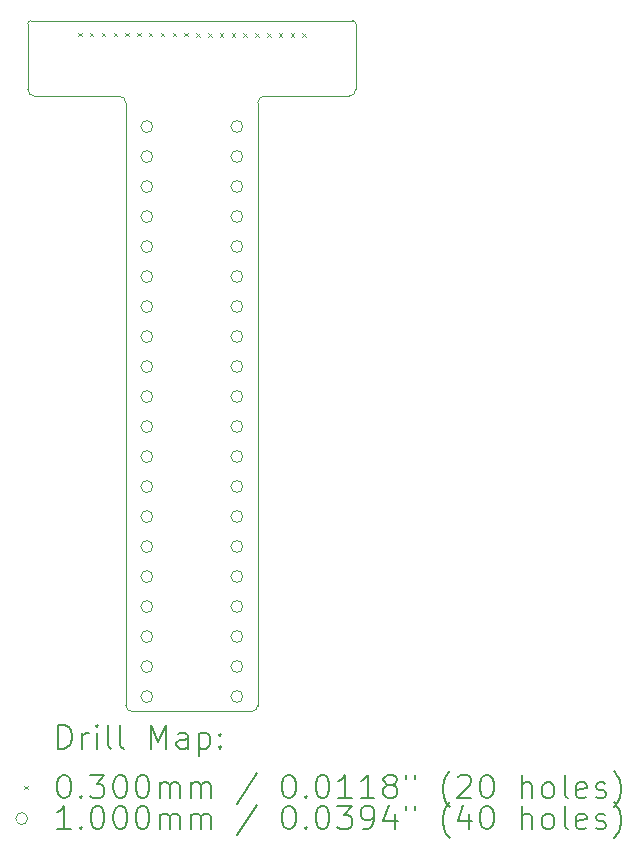
<source format=gbr>
%TF.GenerationSoftware,KiCad,Pcbnew,9.0.6*%
%TF.CreationDate,2026-01-01T12:21:58-06:00*%
%TF.ProjectId,FFC-40,4646432d-3430-42e6-9b69-6361645f7063,rev?*%
%TF.SameCoordinates,Original*%
%TF.FileFunction,Drillmap*%
%TF.FilePolarity,Positive*%
%FSLAX45Y45*%
G04 Gerber Fmt 4.5, Leading zero omitted, Abs format (unit mm)*
G04 Created by KiCad (PCBNEW 9.0.6) date 2026-01-01 12:21:58*
%MOMM*%
%LPD*%
G01*
G04 APERTURE LIST*
%ADD10C,0.050000*%
%ADD11C,0.200000*%
%ADD12C,0.100000*%
G04 APERTURE END LIST*
D10*
X11760000Y-14680000D02*
G75*
G02*
X11710000Y-14630000I0J50000D01*
G01*
X12826422Y-14630000D02*
G75*
G02*
X12776422Y-14680002I-50002J0D01*
G01*
X12826422Y-14630000D02*
X12826422Y-9526160D01*
X11760000Y-14680000D02*
X12776422Y-14680000D01*
X12826422Y-9526160D02*
G75*
G02*
X12882582Y-9470000I56160J0D01*
G01*
X11653840Y-9470000D02*
G75*
G02*
X11710000Y-9526160I0J-56160D01*
G01*
X10936160Y-9470000D02*
G75*
G02*
X10880000Y-9413840I0J56160D01*
G01*
X10906160Y-8830000D02*
X13630000Y-8830000D01*
X10880000Y-8856160D02*
X10880000Y-9413840D01*
X13630000Y-8830000D02*
G75*
G02*
X13656160Y-8856160I0J-26160D01*
G01*
X13656160Y-9413840D02*
X13656160Y-8856160D01*
X13656160Y-9413840D02*
G75*
G02*
X13600000Y-9470000I-56160J0D01*
G01*
X12882582Y-9470000D02*
X13600000Y-9470000D01*
X11710000Y-9526160D02*
X11710000Y-14630000D01*
X10936160Y-9470000D02*
X11653840Y-9470000D01*
X10880000Y-8856160D02*
G75*
G02*
X10906160Y-8830000I26160J0D01*
G01*
D11*
D12*
X11305000Y-8935000D02*
X11335000Y-8965000D01*
X11335000Y-8935000D02*
X11305000Y-8965000D01*
X11405000Y-8935000D02*
X11435000Y-8965000D01*
X11435000Y-8935000D02*
X11405000Y-8965000D01*
X11505000Y-8935000D02*
X11535000Y-8965000D01*
X11535000Y-8935000D02*
X11505000Y-8965000D01*
X11605000Y-8935000D02*
X11635000Y-8965000D01*
X11635000Y-8935000D02*
X11605000Y-8965000D01*
X11705000Y-8935000D02*
X11735000Y-8965000D01*
X11735000Y-8935000D02*
X11705000Y-8965000D01*
X11805000Y-8935000D02*
X11835000Y-8965000D01*
X11835000Y-8935000D02*
X11805000Y-8965000D01*
X11905000Y-8935000D02*
X11935000Y-8965000D01*
X11935000Y-8935000D02*
X11905000Y-8965000D01*
X12005000Y-8935000D02*
X12035000Y-8965000D01*
X12035000Y-8935000D02*
X12005000Y-8965000D01*
X12105000Y-8935000D02*
X12135000Y-8965000D01*
X12135000Y-8935000D02*
X12105000Y-8965000D01*
X12205000Y-8935000D02*
X12235000Y-8965000D01*
X12235000Y-8935000D02*
X12205000Y-8965000D01*
X12305000Y-8935800D02*
X12335000Y-8965800D01*
X12335000Y-8935800D02*
X12305000Y-8965800D01*
X12405000Y-8935800D02*
X12435000Y-8965800D01*
X12435000Y-8935800D02*
X12405000Y-8965800D01*
X12505000Y-8935800D02*
X12535000Y-8965800D01*
X12535000Y-8935800D02*
X12505000Y-8965800D01*
X12605000Y-8935800D02*
X12635000Y-8965800D01*
X12635000Y-8935800D02*
X12605000Y-8965800D01*
X12705000Y-8935800D02*
X12735000Y-8965800D01*
X12735000Y-8935800D02*
X12705000Y-8965800D01*
X12805000Y-8935800D02*
X12835000Y-8965800D01*
X12835000Y-8935800D02*
X12805000Y-8965800D01*
X12905000Y-8935800D02*
X12935000Y-8965800D01*
X12935000Y-8935800D02*
X12905000Y-8965800D01*
X13005000Y-8935800D02*
X13035000Y-8965800D01*
X13035000Y-8935800D02*
X13005000Y-8965800D01*
X13105000Y-8935800D02*
X13135000Y-8965800D01*
X13135000Y-8935800D02*
X13105000Y-8965800D01*
X13205000Y-8935800D02*
X13235000Y-8965800D01*
X13235000Y-8935800D02*
X13205000Y-8965800D01*
X11937200Y-9728200D02*
G75*
G02*
X11837200Y-9728200I-50000J0D01*
G01*
X11837200Y-9728200D02*
G75*
G02*
X11937200Y-9728200I50000J0D01*
G01*
X11937200Y-9982200D02*
G75*
G02*
X11837200Y-9982200I-50000J0D01*
G01*
X11837200Y-9982200D02*
G75*
G02*
X11937200Y-9982200I50000J0D01*
G01*
X11937200Y-10236200D02*
G75*
G02*
X11837200Y-10236200I-50000J0D01*
G01*
X11837200Y-10236200D02*
G75*
G02*
X11937200Y-10236200I50000J0D01*
G01*
X11937200Y-10490200D02*
G75*
G02*
X11837200Y-10490200I-50000J0D01*
G01*
X11837200Y-10490200D02*
G75*
G02*
X11937200Y-10490200I50000J0D01*
G01*
X11937200Y-10744200D02*
G75*
G02*
X11837200Y-10744200I-50000J0D01*
G01*
X11837200Y-10744200D02*
G75*
G02*
X11937200Y-10744200I50000J0D01*
G01*
X11937200Y-10998200D02*
G75*
G02*
X11837200Y-10998200I-50000J0D01*
G01*
X11837200Y-10998200D02*
G75*
G02*
X11937200Y-10998200I50000J0D01*
G01*
X11937200Y-11252200D02*
G75*
G02*
X11837200Y-11252200I-50000J0D01*
G01*
X11837200Y-11252200D02*
G75*
G02*
X11937200Y-11252200I50000J0D01*
G01*
X11937200Y-11506200D02*
G75*
G02*
X11837200Y-11506200I-50000J0D01*
G01*
X11837200Y-11506200D02*
G75*
G02*
X11937200Y-11506200I50000J0D01*
G01*
X11937200Y-11760200D02*
G75*
G02*
X11837200Y-11760200I-50000J0D01*
G01*
X11837200Y-11760200D02*
G75*
G02*
X11937200Y-11760200I50000J0D01*
G01*
X11937200Y-12014200D02*
G75*
G02*
X11837200Y-12014200I-50000J0D01*
G01*
X11837200Y-12014200D02*
G75*
G02*
X11937200Y-12014200I50000J0D01*
G01*
X11937200Y-12268200D02*
G75*
G02*
X11837200Y-12268200I-50000J0D01*
G01*
X11837200Y-12268200D02*
G75*
G02*
X11937200Y-12268200I50000J0D01*
G01*
X11937200Y-12522200D02*
G75*
G02*
X11837200Y-12522200I-50000J0D01*
G01*
X11837200Y-12522200D02*
G75*
G02*
X11937200Y-12522200I50000J0D01*
G01*
X11937200Y-12776200D02*
G75*
G02*
X11837200Y-12776200I-50000J0D01*
G01*
X11837200Y-12776200D02*
G75*
G02*
X11937200Y-12776200I50000J0D01*
G01*
X11937200Y-13030200D02*
G75*
G02*
X11837200Y-13030200I-50000J0D01*
G01*
X11837200Y-13030200D02*
G75*
G02*
X11937200Y-13030200I50000J0D01*
G01*
X11937200Y-13284200D02*
G75*
G02*
X11837200Y-13284200I-50000J0D01*
G01*
X11837200Y-13284200D02*
G75*
G02*
X11937200Y-13284200I50000J0D01*
G01*
X11937200Y-13538200D02*
G75*
G02*
X11837200Y-13538200I-50000J0D01*
G01*
X11837200Y-13538200D02*
G75*
G02*
X11937200Y-13538200I50000J0D01*
G01*
X11937200Y-13792200D02*
G75*
G02*
X11837200Y-13792200I-50000J0D01*
G01*
X11837200Y-13792200D02*
G75*
G02*
X11937200Y-13792200I50000J0D01*
G01*
X11937200Y-14046200D02*
G75*
G02*
X11837200Y-14046200I-50000J0D01*
G01*
X11837200Y-14046200D02*
G75*
G02*
X11937200Y-14046200I50000J0D01*
G01*
X11937200Y-14300200D02*
G75*
G02*
X11837200Y-14300200I-50000J0D01*
G01*
X11837200Y-14300200D02*
G75*
G02*
X11937200Y-14300200I50000J0D01*
G01*
X11937200Y-14554200D02*
G75*
G02*
X11837200Y-14554200I-50000J0D01*
G01*
X11837200Y-14554200D02*
G75*
G02*
X11937200Y-14554200I50000J0D01*
G01*
X12699234Y-9727284D02*
G75*
G02*
X12599234Y-9727284I-50000J0D01*
G01*
X12599234Y-9727284D02*
G75*
G02*
X12699234Y-9727284I50000J0D01*
G01*
X12699234Y-9981284D02*
G75*
G02*
X12599234Y-9981284I-50000J0D01*
G01*
X12599234Y-9981284D02*
G75*
G02*
X12699234Y-9981284I50000J0D01*
G01*
X12699234Y-10235284D02*
G75*
G02*
X12599234Y-10235284I-50000J0D01*
G01*
X12599234Y-10235284D02*
G75*
G02*
X12699234Y-10235284I50000J0D01*
G01*
X12699234Y-10489284D02*
G75*
G02*
X12599234Y-10489284I-50000J0D01*
G01*
X12599234Y-10489284D02*
G75*
G02*
X12699234Y-10489284I50000J0D01*
G01*
X12699234Y-10743284D02*
G75*
G02*
X12599234Y-10743284I-50000J0D01*
G01*
X12599234Y-10743284D02*
G75*
G02*
X12699234Y-10743284I50000J0D01*
G01*
X12699234Y-10997284D02*
G75*
G02*
X12599234Y-10997284I-50000J0D01*
G01*
X12599234Y-10997284D02*
G75*
G02*
X12699234Y-10997284I50000J0D01*
G01*
X12699234Y-11251284D02*
G75*
G02*
X12599234Y-11251284I-50000J0D01*
G01*
X12599234Y-11251284D02*
G75*
G02*
X12699234Y-11251284I50000J0D01*
G01*
X12699234Y-11505284D02*
G75*
G02*
X12599234Y-11505284I-50000J0D01*
G01*
X12599234Y-11505284D02*
G75*
G02*
X12699234Y-11505284I50000J0D01*
G01*
X12699234Y-11759284D02*
G75*
G02*
X12599234Y-11759284I-50000J0D01*
G01*
X12599234Y-11759284D02*
G75*
G02*
X12699234Y-11759284I50000J0D01*
G01*
X12699234Y-12013284D02*
G75*
G02*
X12599234Y-12013284I-50000J0D01*
G01*
X12599234Y-12013284D02*
G75*
G02*
X12699234Y-12013284I50000J0D01*
G01*
X12699234Y-12267284D02*
G75*
G02*
X12599234Y-12267284I-50000J0D01*
G01*
X12599234Y-12267284D02*
G75*
G02*
X12699234Y-12267284I50000J0D01*
G01*
X12699234Y-12521284D02*
G75*
G02*
X12599234Y-12521284I-50000J0D01*
G01*
X12599234Y-12521284D02*
G75*
G02*
X12699234Y-12521284I50000J0D01*
G01*
X12699234Y-12775284D02*
G75*
G02*
X12599234Y-12775284I-50000J0D01*
G01*
X12599234Y-12775284D02*
G75*
G02*
X12699234Y-12775284I50000J0D01*
G01*
X12699234Y-13029284D02*
G75*
G02*
X12599234Y-13029284I-50000J0D01*
G01*
X12599234Y-13029284D02*
G75*
G02*
X12699234Y-13029284I50000J0D01*
G01*
X12699234Y-13283284D02*
G75*
G02*
X12599234Y-13283284I-50000J0D01*
G01*
X12599234Y-13283284D02*
G75*
G02*
X12699234Y-13283284I50000J0D01*
G01*
X12699234Y-13537284D02*
G75*
G02*
X12599234Y-13537284I-50000J0D01*
G01*
X12599234Y-13537284D02*
G75*
G02*
X12699234Y-13537284I50000J0D01*
G01*
X12699234Y-13791284D02*
G75*
G02*
X12599234Y-13791284I-50000J0D01*
G01*
X12599234Y-13791284D02*
G75*
G02*
X12699234Y-13791284I50000J0D01*
G01*
X12699234Y-14045284D02*
G75*
G02*
X12599234Y-14045284I-50000J0D01*
G01*
X12599234Y-14045284D02*
G75*
G02*
X12699234Y-14045284I50000J0D01*
G01*
X12699234Y-14299284D02*
G75*
G02*
X12599234Y-14299284I-50000J0D01*
G01*
X12599234Y-14299284D02*
G75*
G02*
X12699234Y-14299284I50000J0D01*
G01*
X12699234Y-14553284D02*
G75*
G02*
X12599234Y-14553284I-50000J0D01*
G01*
X12599234Y-14553284D02*
G75*
G02*
X12699234Y-14553284I50000J0D01*
G01*
D11*
X11138277Y-14993984D02*
X11138277Y-14793984D01*
X11138277Y-14793984D02*
X11185896Y-14793984D01*
X11185896Y-14793984D02*
X11214467Y-14803508D01*
X11214467Y-14803508D02*
X11233515Y-14822555D01*
X11233515Y-14822555D02*
X11243039Y-14841603D01*
X11243039Y-14841603D02*
X11252562Y-14879698D01*
X11252562Y-14879698D02*
X11252562Y-14908269D01*
X11252562Y-14908269D02*
X11243039Y-14946365D01*
X11243039Y-14946365D02*
X11233515Y-14965412D01*
X11233515Y-14965412D02*
X11214467Y-14984460D01*
X11214467Y-14984460D02*
X11185896Y-14993984D01*
X11185896Y-14993984D02*
X11138277Y-14993984D01*
X11338277Y-14993984D02*
X11338277Y-14860650D01*
X11338277Y-14898746D02*
X11347801Y-14879698D01*
X11347801Y-14879698D02*
X11357324Y-14870174D01*
X11357324Y-14870174D02*
X11376372Y-14860650D01*
X11376372Y-14860650D02*
X11395420Y-14860650D01*
X11462086Y-14993984D02*
X11462086Y-14860650D01*
X11462086Y-14793984D02*
X11452562Y-14803508D01*
X11452562Y-14803508D02*
X11462086Y-14813031D01*
X11462086Y-14813031D02*
X11471610Y-14803508D01*
X11471610Y-14803508D02*
X11462086Y-14793984D01*
X11462086Y-14793984D02*
X11462086Y-14813031D01*
X11585896Y-14993984D02*
X11566848Y-14984460D01*
X11566848Y-14984460D02*
X11557324Y-14965412D01*
X11557324Y-14965412D02*
X11557324Y-14793984D01*
X11690658Y-14993984D02*
X11671610Y-14984460D01*
X11671610Y-14984460D02*
X11662086Y-14965412D01*
X11662086Y-14965412D02*
X11662086Y-14793984D01*
X11919229Y-14993984D02*
X11919229Y-14793984D01*
X11919229Y-14793984D02*
X11985896Y-14936841D01*
X11985896Y-14936841D02*
X12052562Y-14793984D01*
X12052562Y-14793984D02*
X12052562Y-14993984D01*
X12233515Y-14993984D02*
X12233515Y-14889222D01*
X12233515Y-14889222D02*
X12223991Y-14870174D01*
X12223991Y-14870174D02*
X12204943Y-14860650D01*
X12204943Y-14860650D02*
X12166848Y-14860650D01*
X12166848Y-14860650D02*
X12147801Y-14870174D01*
X12233515Y-14984460D02*
X12214467Y-14993984D01*
X12214467Y-14993984D02*
X12166848Y-14993984D01*
X12166848Y-14993984D02*
X12147801Y-14984460D01*
X12147801Y-14984460D02*
X12138277Y-14965412D01*
X12138277Y-14965412D02*
X12138277Y-14946365D01*
X12138277Y-14946365D02*
X12147801Y-14927317D01*
X12147801Y-14927317D02*
X12166848Y-14917793D01*
X12166848Y-14917793D02*
X12214467Y-14917793D01*
X12214467Y-14917793D02*
X12233515Y-14908269D01*
X12328753Y-14860650D02*
X12328753Y-15060650D01*
X12328753Y-14870174D02*
X12347801Y-14860650D01*
X12347801Y-14860650D02*
X12385896Y-14860650D01*
X12385896Y-14860650D02*
X12404943Y-14870174D01*
X12404943Y-14870174D02*
X12414467Y-14879698D01*
X12414467Y-14879698D02*
X12423991Y-14898746D01*
X12423991Y-14898746D02*
X12423991Y-14955888D01*
X12423991Y-14955888D02*
X12414467Y-14974936D01*
X12414467Y-14974936D02*
X12404943Y-14984460D01*
X12404943Y-14984460D02*
X12385896Y-14993984D01*
X12385896Y-14993984D02*
X12347801Y-14993984D01*
X12347801Y-14993984D02*
X12328753Y-14984460D01*
X12509705Y-14974936D02*
X12519229Y-14984460D01*
X12519229Y-14984460D02*
X12509705Y-14993984D01*
X12509705Y-14993984D02*
X12500182Y-14984460D01*
X12500182Y-14984460D02*
X12509705Y-14974936D01*
X12509705Y-14974936D02*
X12509705Y-14993984D01*
X12509705Y-14870174D02*
X12519229Y-14879698D01*
X12519229Y-14879698D02*
X12509705Y-14889222D01*
X12509705Y-14889222D02*
X12500182Y-14879698D01*
X12500182Y-14879698D02*
X12509705Y-14870174D01*
X12509705Y-14870174D02*
X12509705Y-14889222D01*
D12*
X10847500Y-15307500D02*
X10877500Y-15337500D01*
X10877500Y-15307500D02*
X10847500Y-15337500D01*
D11*
X11176372Y-15213984D02*
X11195420Y-15213984D01*
X11195420Y-15213984D02*
X11214467Y-15223508D01*
X11214467Y-15223508D02*
X11223991Y-15233031D01*
X11223991Y-15233031D02*
X11233515Y-15252079D01*
X11233515Y-15252079D02*
X11243039Y-15290174D01*
X11243039Y-15290174D02*
X11243039Y-15337793D01*
X11243039Y-15337793D02*
X11233515Y-15375888D01*
X11233515Y-15375888D02*
X11223991Y-15394936D01*
X11223991Y-15394936D02*
X11214467Y-15404460D01*
X11214467Y-15404460D02*
X11195420Y-15413984D01*
X11195420Y-15413984D02*
X11176372Y-15413984D01*
X11176372Y-15413984D02*
X11157324Y-15404460D01*
X11157324Y-15404460D02*
X11147801Y-15394936D01*
X11147801Y-15394936D02*
X11138277Y-15375888D01*
X11138277Y-15375888D02*
X11128753Y-15337793D01*
X11128753Y-15337793D02*
X11128753Y-15290174D01*
X11128753Y-15290174D02*
X11138277Y-15252079D01*
X11138277Y-15252079D02*
X11147801Y-15233031D01*
X11147801Y-15233031D02*
X11157324Y-15223508D01*
X11157324Y-15223508D02*
X11176372Y-15213984D01*
X11328753Y-15394936D02*
X11338277Y-15404460D01*
X11338277Y-15404460D02*
X11328753Y-15413984D01*
X11328753Y-15413984D02*
X11319229Y-15404460D01*
X11319229Y-15404460D02*
X11328753Y-15394936D01*
X11328753Y-15394936D02*
X11328753Y-15413984D01*
X11404943Y-15213984D02*
X11528753Y-15213984D01*
X11528753Y-15213984D02*
X11462086Y-15290174D01*
X11462086Y-15290174D02*
X11490658Y-15290174D01*
X11490658Y-15290174D02*
X11509705Y-15299698D01*
X11509705Y-15299698D02*
X11519229Y-15309222D01*
X11519229Y-15309222D02*
X11528753Y-15328269D01*
X11528753Y-15328269D02*
X11528753Y-15375888D01*
X11528753Y-15375888D02*
X11519229Y-15394936D01*
X11519229Y-15394936D02*
X11509705Y-15404460D01*
X11509705Y-15404460D02*
X11490658Y-15413984D01*
X11490658Y-15413984D02*
X11433515Y-15413984D01*
X11433515Y-15413984D02*
X11414467Y-15404460D01*
X11414467Y-15404460D02*
X11404943Y-15394936D01*
X11652562Y-15213984D02*
X11671610Y-15213984D01*
X11671610Y-15213984D02*
X11690658Y-15223508D01*
X11690658Y-15223508D02*
X11700182Y-15233031D01*
X11700182Y-15233031D02*
X11709705Y-15252079D01*
X11709705Y-15252079D02*
X11719229Y-15290174D01*
X11719229Y-15290174D02*
X11719229Y-15337793D01*
X11719229Y-15337793D02*
X11709705Y-15375888D01*
X11709705Y-15375888D02*
X11700182Y-15394936D01*
X11700182Y-15394936D02*
X11690658Y-15404460D01*
X11690658Y-15404460D02*
X11671610Y-15413984D01*
X11671610Y-15413984D02*
X11652562Y-15413984D01*
X11652562Y-15413984D02*
X11633515Y-15404460D01*
X11633515Y-15404460D02*
X11623991Y-15394936D01*
X11623991Y-15394936D02*
X11614467Y-15375888D01*
X11614467Y-15375888D02*
X11604943Y-15337793D01*
X11604943Y-15337793D02*
X11604943Y-15290174D01*
X11604943Y-15290174D02*
X11614467Y-15252079D01*
X11614467Y-15252079D02*
X11623991Y-15233031D01*
X11623991Y-15233031D02*
X11633515Y-15223508D01*
X11633515Y-15223508D02*
X11652562Y-15213984D01*
X11843039Y-15213984D02*
X11862086Y-15213984D01*
X11862086Y-15213984D02*
X11881134Y-15223508D01*
X11881134Y-15223508D02*
X11890658Y-15233031D01*
X11890658Y-15233031D02*
X11900182Y-15252079D01*
X11900182Y-15252079D02*
X11909705Y-15290174D01*
X11909705Y-15290174D02*
X11909705Y-15337793D01*
X11909705Y-15337793D02*
X11900182Y-15375888D01*
X11900182Y-15375888D02*
X11890658Y-15394936D01*
X11890658Y-15394936D02*
X11881134Y-15404460D01*
X11881134Y-15404460D02*
X11862086Y-15413984D01*
X11862086Y-15413984D02*
X11843039Y-15413984D01*
X11843039Y-15413984D02*
X11823991Y-15404460D01*
X11823991Y-15404460D02*
X11814467Y-15394936D01*
X11814467Y-15394936D02*
X11804943Y-15375888D01*
X11804943Y-15375888D02*
X11795420Y-15337793D01*
X11795420Y-15337793D02*
X11795420Y-15290174D01*
X11795420Y-15290174D02*
X11804943Y-15252079D01*
X11804943Y-15252079D02*
X11814467Y-15233031D01*
X11814467Y-15233031D02*
X11823991Y-15223508D01*
X11823991Y-15223508D02*
X11843039Y-15213984D01*
X11995420Y-15413984D02*
X11995420Y-15280650D01*
X11995420Y-15299698D02*
X12004943Y-15290174D01*
X12004943Y-15290174D02*
X12023991Y-15280650D01*
X12023991Y-15280650D02*
X12052563Y-15280650D01*
X12052563Y-15280650D02*
X12071610Y-15290174D01*
X12071610Y-15290174D02*
X12081134Y-15309222D01*
X12081134Y-15309222D02*
X12081134Y-15413984D01*
X12081134Y-15309222D02*
X12090658Y-15290174D01*
X12090658Y-15290174D02*
X12109705Y-15280650D01*
X12109705Y-15280650D02*
X12138277Y-15280650D01*
X12138277Y-15280650D02*
X12157324Y-15290174D01*
X12157324Y-15290174D02*
X12166848Y-15309222D01*
X12166848Y-15309222D02*
X12166848Y-15413984D01*
X12262086Y-15413984D02*
X12262086Y-15280650D01*
X12262086Y-15299698D02*
X12271610Y-15290174D01*
X12271610Y-15290174D02*
X12290658Y-15280650D01*
X12290658Y-15280650D02*
X12319229Y-15280650D01*
X12319229Y-15280650D02*
X12338277Y-15290174D01*
X12338277Y-15290174D02*
X12347801Y-15309222D01*
X12347801Y-15309222D02*
X12347801Y-15413984D01*
X12347801Y-15309222D02*
X12357324Y-15290174D01*
X12357324Y-15290174D02*
X12376372Y-15280650D01*
X12376372Y-15280650D02*
X12404943Y-15280650D01*
X12404943Y-15280650D02*
X12423991Y-15290174D01*
X12423991Y-15290174D02*
X12433515Y-15309222D01*
X12433515Y-15309222D02*
X12433515Y-15413984D01*
X12823991Y-15204460D02*
X12652563Y-15461603D01*
X13081134Y-15213984D02*
X13100182Y-15213984D01*
X13100182Y-15213984D02*
X13119229Y-15223508D01*
X13119229Y-15223508D02*
X13128753Y-15233031D01*
X13128753Y-15233031D02*
X13138277Y-15252079D01*
X13138277Y-15252079D02*
X13147801Y-15290174D01*
X13147801Y-15290174D02*
X13147801Y-15337793D01*
X13147801Y-15337793D02*
X13138277Y-15375888D01*
X13138277Y-15375888D02*
X13128753Y-15394936D01*
X13128753Y-15394936D02*
X13119229Y-15404460D01*
X13119229Y-15404460D02*
X13100182Y-15413984D01*
X13100182Y-15413984D02*
X13081134Y-15413984D01*
X13081134Y-15413984D02*
X13062086Y-15404460D01*
X13062086Y-15404460D02*
X13052563Y-15394936D01*
X13052563Y-15394936D02*
X13043039Y-15375888D01*
X13043039Y-15375888D02*
X13033515Y-15337793D01*
X13033515Y-15337793D02*
X13033515Y-15290174D01*
X13033515Y-15290174D02*
X13043039Y-15252079D01*
X13043039Y-15252079D02*
X13052563Y-15233031D01*
X13052563Y-15233031D02*
X13062086Y-15223508D01*
X13062086Y-15223508D02*
X13081134Y-15213984D01*
X13233515Y-15394936D02*
X13243039Y-15404460D01*
X13243039Y-15404460D02*
X13233515Y-15413984D01*
X13233515Y-15413984D02*
X13223991Y-15404460D01*
X13223991Y-15404460D02*
X13233515Y-15394936D01*
X13233515Y-15394936D02*
X13233515Y-15413984D01*
X13366848Y-15213984D02*
X13385896Y-15213984D01*
X13385896Y-15213984D02*
X13404944Y-15223508D01*
X13404944Y-15223508D02*
X13414467Y-15233031D01*
X13414467Y-15233031D02*
X13423991Y-15252079D01*
X13423991Y-15252079D02*
X13433515Y-15290174D01*
X13433515Y-15290174D02*
X13433515Y-15337793D01*
X13433515Y-15337793D02*
X13423991Y-15375888D01*
X13423991Y-15375888D02*
X13414467Y-15394936D01*
X13414467Y-15394936D02*
X13404944Y-15404460D01*
X13404944Y-15404460D02*
X13385896Y-15413984D01*
X13385896Y-15413984D02*
X13366848Y-15413984D01*
X13366848Y-15413984D02*
X13347801Y-15404460D01*
X13347801Y-15404460D02*
X13338277Y-15394936D01*
X13338277Y-15394936D02*
X13328753Y-15375888D01*
X13328753Y-15375888D02*
X13319229Y-15337793D01*
X13319229Y-15337793D02*
X13319229Y-15290174D01*
X13319229Y-15290174D02*
X13328753Y-15252079D01*
X13328753Y-15252079D02*
X13338277Y-15233031D01*
X13338277Y-15233031D02*
X13347801Y-15223508D01*
X13347801Y-15223508D02*
X13366848Y-15213984D01*
X13623991Y-15413984D02*
X13509706Y-15413984D01*
X13566848Y-15413984D02*
X13566848Y-15213984D01*
X13566848Y-15213984D02*
X13547801Y-15242555D01*
X13547801Y-15242555D02*
X13528753Y-15261603D01*
X13528753Y-15261603D02*
X13509706Y-15271127D01*
X13814467Y-15413984D02*
X13700182Y-15413984D01*
X13757325Y-15413984D02*
X13757325Y-15213984D01*
X13757325Y-15213984D02*
X13738277Y-15242555D01*
X13738277Y-15242555D02*
X13719229Y-15261603D01*
X13719229Y-15261603D02*
X13700182Y-15271127D01*
X13928753Y-15299698D02*
X13909706Y-15290174D01*
X13909706Y-15290174D02*
X13900182Y-15280650D01*
X13900182Y-15280650D02*
X13890658Y-15261603D01*
X13890658Y-15261603D02*
X13890658Y-15252079D01*
X13890658Y-15252079D02*
X13900182Y-15233031D01*
X13900182Y-15233031D02*
X13909706Y-15223508D01*
X13909706Y-15223508D02*
X13928753Y-15213984D01*
X13928753Y-15213984D02*
X13966848Y-15213984D01*
X13966848Y-15213984D02*
X13985896Y-15223508D01*
X13985896Y-15223508D02*
X13995420Y-15233031D01*
X13995420Y-15233031D02*
X14004944Y-15252079D01*
X14004944Y-15252079D02*
X14004944Y-15261603D01*
X14004944Y-15261603D02*
X13995420Y-15280650D01*
X13995420Y-15280650D02*
X13985896Y-15290174D01*
X13985896Y-15290174D02*
X13966848Y-15299698D01*
X13966848Y-15299698D02*
X13928753Y-15299698D01*
X13928753Y-15299698D02*
X13909706Y-15309222D01*
X13909706Y-15309222D02*
X13900182Y-15318746D01*
X13900182Y-15318746D02*
X13890658Y-15337793D01*
X13890658Y-15337793D02*
X13890658Y-15375888D01*
X13890658Y-15375888D02*
X13900182Y-15394936D01*
X13900182Y-15394936D02*
X13909706Y-15404460D01*
X13909706Y-15404460D02*
X13928753Y-15413984D01*
X13928753Y-15413984D02*
X13966848Y-15413984D01*
X13966848Y-15413984D02*
X13985896Y-15404460D01*
X13985896Y-15404460D02*
X13995420Y-15394936D01*
X13995420Y-15394936D02*
X14004944Y-15375888D01*
X14004944Y-15375888D02*
X14004944Y-15337793D01*
X14004944Y-15337793D02*
X13995420Y-15318746D01*
X13995420Y-15318746D02*
X13985896Y-15309222D01*
X13985896Y-15309222D02*
X13966848Y-15299698D01*
X14081134Y-15213984D02*
X14081134Y-15252079D01*
X14157325Y-15213984D02*
X14157325Y-15252079D01*
X14452563Y-15490174D02*
X14443039Y-15480650D01*
X14443039Y-15480650D02*
X14423991Y-15452079D01*
X14423991Y-15452079D02*
X14414468Y-15433031D01*
X14414468Y-15433031D02*
X14404944Y-15404460D01*
X14404944Y-15404460D02*
X14395420Y-15356841D01*
X14395420Y-15356841D02*
X14395420Y-15318746D01*
X14395420Y-15318746D02*
X14404944Y-15271127D01*
X14404944Y-15271127D02*
X14414468Y-15242555D01*
X14414468Y-15242555D02*
X14423991Y-15223508D01*
X14423991Y-15223508D02*
X14443039Y-15194936D01*
X14443039Y-15194936D02*
X14452563Y-15185412D01*
X14519229Y-15233031D02*
X14528753Y-15223508D01*
X14528753Y-15223508D02*
X14547801Y-15213984D01*
X14547801Y-15213984D02*
X14595420Y-15213984D01*
X14595420Y-15213984D02*
X14614468Y-15223508D01*
X14614468Y-15223508D02*
X14623991Y-15233031D01*
X14623991Y-15233031D02*
X14633515Y-15252079D01*
X14633515Y-15252079D02*
X14633515Y-15271127D01*
X14633515Y-15271127D02*
X14623991Y-15299698D01*
X14623991Y-15299698D02*
X14509706Y-15413984D01*
X14509706Y-15413984D02*
X14633515Y-15413984D01*
X14757325Y-15213984D02*
X14776372Y-15213984D01*
X14776372Y-15213984D02*
X14795420Y-15223508D01*
X14795420Y-15223508D02*
X14804944Y-15233031D01*
X14804944Y-15233031D02*
X14814468Y-15252079D01*
X14814468Y-15252079D02*
X14823991Y-15290174D01*
X14823991Y-15290174D02*
X14823991Y-15337793D01*
X14823991Y-15337793D02*
X14814468Y-15375888D01*
X14814468Y-15375888D02*
X14804944Y-15394936D01*
X14804944Y-15394936D02*
X14795420Y-15404460D01*
X14795420Y-15404460D02*
X14776372Y-15413984D01*
X14776372Y-15413984D02*
X14757325Y-15413984D01*
X14757325Y-15413984D02*
X14738277Y-15404460D01*
X14738277Y-15404460D02*
X14728753Y-15394936D01*
X14728753Y-15394936D02*
X14719229Y-15375888D01*
X14719229Y-15375888D02*
X14709706Y-15337793D01*
X14709706Y-15337793D02*
X14709706Y-15290174D01*
X14709706Y-15290174D02*
X14719229Y-15252079D01*
X14719229Y-15252079D02*
X14728753Y-15233031D01*
X14728753Y-15233031D02*
X14738277Y-15223508D01*
X14738277Y-15223508D02*
X14757325Y-15213984D01*
X15062087Y-15413984D02*
X15062087Y-15213984D01*
X15147801Y-15413984D02*
X15147801Y-15309222D01*
X15147801Y-15309222D02*
X15138277Y-15290174D01*
X15138277Y-15290174D02*
X15119230Y-15280650D01*
X15119230Y-15280650D02*
X15090658Y-15280650D01*
X15090658Y-15280650D02*
X15071610Y-15290174D01*
X15071610Y-15290174D02*
X15062087Y-15299698D01*
X15271610Y-15413984D02*
X15252563Y-15404460D01*
X15252563Y-15404460D02*
X15243039Y-15394936D01*
X15243039Y-15394936D02*
X15233515Y-15375888D01*
X15233515Y-15375888D02*
X15233515Y-15318746D01*
X15233515Y-15318746D02*
X15243039Y-15299698D01*
X15243039Y-15299698D02*
X15252563Y-15290174D01*
X15252563Y-15290174D02*
X15271610Y-15280650D01*
X15271610Y-15280650D02*
X15300182Y-15280650D01*
X15300182Y-15280650D02*
X15319230Y-15290174D01*
X15319230Y-15290174D02*
X15328753Y-15299698D01*
X15328753Y-15299698D02*
X15338277Y-15318746D01*
X15338277Y-15318746D02*
X15338277Y-15375888D01*
X15338277Y-15375888D02*
X15328753Y-15394936D01*
X15328753Y-15394936D02*
X15319230Y-15404460D01*
X15319230Y-15404460D02*
X15300182Y-15413984D01*
X15300182Y-15413984D02*
X15271610Y-15413984D01*
X15452563Y-15413984D02*
X15433515Y-15404460D01*
X15433515Y-15404460D02*
X15423991Y-15385412D01*
X15423991Y-15385412D02*
X15423991Y-15213984D01*
X15604944Y-15404460D02*
X15585896Y-15413984D01*
X15585896Y-15413984D02*
X15547801Y-15413984D01*
X15547801Y-15413984D02*
X15528753Y-15404460D01*
X15528753Y-15404460D02*
X15519230Y-15385412D01*
X15519230Y-15385412D02*
X15519230Y-15309222D01*
X15519230Y-15309222D02*
X15528753Y-15290174D01*
X15528753Y-15290174D02*
X15547801Y-15280650D01*
X15547801Y-15280650D02*
X15585896Y-15280650D01*
X15585896Y-15280650D02*
X15604944Y-15290174D01*
X15604944Y-15290174D02*
X15614468Y-15309222D01*
X15614468Y-15309222D02*
X15614468Y-15328269D01*
X15614468Y-15328269D02*
X15519230Y-15347317D01*
X15690658Y-15404460D02*
X15709706Y-15413984D01*
X15709706Y-15413984D02*
X15747801Y-15413984D01*
X15747801Y-15413984D02*
X15766849Y-15404460D01*
X15766849Y-15404460D02*
X15776372Y-15385412D01*
X15776372Y-15385412D02*
X15776372Y-15375888D01*
X15776372Y-15375888D02*
X15766849Y-15356841D01*
X15766849Y-15356841D02*
X15747801Y-15347317D01*
X15747801Y-15347317D02*
X15719230Y-15347317D01*
X15719230Y-15347317D02*
X15700182Y-15337793D01*
X15700182Y-15337793D02*
X15690658Y-15318746D01*
X15690658Y-15318746D02*
X15690658Y-15309222D01*
X15690658Y-15309222D02*
X15700182Y-15290174D01*
X15700182Y-15290174D02*
X15719230Y-15280650D01*
X15719230Y-15280650D02*
X15747801Y-15280650D01*
X15747801Y-15280650D02*
X15766849Y-15290174D01*
X15843039Y-15490174D02*
X15852563Y-15480650D01*
X15852563Y-15480650D02*
X15871611Y-15452079D01*
X15871611Y-15452079D02*
X15881134Y-15433031D01*
X15881134Y-15433031D02*
X15890658Y-15404460D01*
X15890658Y-15404460D02*
X15900182Y-15356841D01*
X15900182Y-15356841D02*
X15900182Y-15318746D01*
X15900182Y-15318746D02*
X15890658Y-15271127D01*
X15890658Y-15271127D02*
X15881134Y-15242555D01*
X15881134Y-15242555D02*
X15871611Y-15223508D01*
X15871611Y-15223508D02*
X15852563Y-15194936D01*
X15852563Y-15194936D02*
X15843039Y-15185412D01*
D12*
X10877500Y-15586500D02*
G75*
G02*
X10777500Y-15586500I-50000J0D01*
G01*
X10777500Y-15586500D02*
G75*
G02*
X10877500Y-15586500I50000J0D01*
G01*
D11*
X11243039Y-15677984D02*
X11128753Y-15677984D01*
X11185896Y-15677984D02*
X11185896Y-15477984D01*
X11185896Y-15477984D02*
X11166848Y-15506555D01*
X11166848Y-15506555D02*
X11147801Y-15525603D01*
X11147801Y-15525603D02*
X11128753Y-15535127D01*
X11328753Y-15658936D02*
X11338277Y-15668460D01*
X11338277Y-15668460D02*
X11328753Y-15677984D01*
X11328753Y-15677984D02*
X11319229Y-15668460D01*
X11319229Y-15668460D02*
X11328753Y-15658936D01*
X11328753Y-15658936D02*
X11328753Y-15677984D01*
X11462086Y-15477984D02*
X11481134Y-15477984D01*
X11481134Y-15477984D02*
X11500182Y-15487508D01*
X11500182Y-15487508D02*
X11509705Y-15497031D01*
X11509705Y-15497031D02*
X11519229Y-15516079D01*
X11519229Y-15516079D02*
X11528753Y-15554174D01*
X11528753Y-15554174D02*
X11528753Y-15601793D01*
X11528753Y-15601793D02*
X11519229Y-15639888D01*
X11519229Y-15639888D02*
X11509705Y-15658936D01*
X11509705Y-15658936D02*
X11500182Y-15668460D01*
X11500182Y-15668460D02*
X11481134Y-15677984D01*
X11481134Y-15677984D02*
X11462086Y-15677984D01*
X11462086Y-15677984D02*
X11443039Y-15668460D01*
X11443039Y-15668460D02*
X11433515Y-15658936D01*
X11433515Y-15658936D02*
X11423991Y-15639888D01*
X11423991Y-15639888D02*
X11414467Y-15601793D01*
X11414467Y-15601793D02*
X11414467Y-15554174D01*
X11414467Y-15554174D02*
X11423991Y-15516079D01*
X11423991Y-15516079D02*
X11433515Y-15497031D01*
X11433515Y-15497031D02*
X11443039Y-15487508D01*
X11443039Y-15487508D02*
X11462086Y-15477984D01*
X11652562Y-15477984D02*
X11671610Y-15477984D01*
X11671610Y-15477984D02*
X11690658Y-15487508D01*
X11690658Y-15487508D02*
X11700182Y-15497031D01*
X11700182Y-15497031D02*
X11709705Y-15516079D01*
X11709705Y-15516079D02*
X11719229Y-15554174D01*
X11719229Y-15554174D02*
X11719229Y-15601793D01*
X11719229Y-15601793D02*
X11709705Y-15639888D01*
X11709705Y-15639888D02*
X11700182Y-15658936D01*
X11700182Y-15658936D02*
X11690658Y-15668460D01*
X11690658Y-15668460D02*
X11671610Y-15677984D01*
X11671610Y-15677984D02*
X11652562Y-15677984D01*
X11652562Y-15677984D02*
X11633515Y-15668460D01*
X11633515Y-15668460D02*
X11623991Y-15658936D01*
X11623991Y-15658936D02*
X11614467Y-15639888D01*
X11614467Y-15639888D02*
X11604943Y-15601793D01*
X11604943Y-15601793D02*
X11604943Y-15554174D01*
X11604943Y-15554174D02*
X11614467Y-15516079D01*
X11614467Y-15516079D02*
X11623991Y-15497031D01*
X11623991Y-15497031D02*
X11633515Y-15487508D01*
X11633515Y-15487508D02*
X11652562Y-15477984D01*
X11843039Y-15477984D02*
X11862086Y-15477984D01*
X11862086Y-15477984D02*
X11881134Y-15487508D01*
X11881134Y-15487508D02*
X11890658Y-15497031D01*
X11890658Y-15497031D02*
X11900182Y-15516079D01*
X11900182Y-15516079D02*
X11909705Y-15554174D01*
X11909705Y-15554174D02*
X11909705Y-15601793D01*
X11909705Y-15601793D02*
X11900182Y-15639888D01*
X11900182Y-15639888D02*
X11890658Y-15658936D01*
X11890658Y-15658936D02*
X11881134Y-15668460D01*
X11881134Y-15668460D02*
X11862086Y-15677984D01*
X11862086Y-15677984D02*
X11843039Y-15677984D01*
X11843039Y-15677984D02*
X11823991Y-15668460D01*
X11823991Y-15668460D02*
X11814467Y-15658936D01*
X11814467Y-15658936D02*
X11804943Y-15639888D01*
X11804943Y-15639888D02*
X11795420Y-15601793D01*
X11795420Y-15601793D02*
X11795420Y-15554174D01*
X11795420Y-15554174D02*
X11804943Y-15516079D01*
X11804943Y-15516079D02*
X11814467Y-15497031D01*
X11814467Y-15497031D02*
X11823991Y-15487508D01*
X11823991Y-15487508D02*
X11843039Y-15477984D01*
X11995420Y-15677984D02*
X11995420Y-15544650D01*
X11995420Y-15563698D02*
X12004943Y-15554174D01*
X12004943Y-15554174D02*
X12023991Y-15544650D01*
X12023991Y-15544650D02*
X12052563Y-15544650D01*
X12052563Y-15544650D02*
X12071610Y-15554174D01*
X12071610Y-15554174D02*
X12081134Y-15573222D01*
X12081134Y-15573222D02*
X12081134Y-15677984D01*
X12081134Y-15573222D02*
X12090658Y-15554174D01*
X12090658Y-15554174D02*
X12109705Y-15544650D01*
X12109705Y-15544650D02*
X12138277Y-15544650D01*
X12138277Y-15544650D02*
X12157324Y-15554174D01*
X12157324Y-15554174D02*
X12166848Y-15573222D01*
X12166848Y-15573222D02*
X12166848Y-15677984D01*
X12262086Y-15677984D02*
X12262086Y-15544650D01*
X12262086Y-15563698D02*
X12271610Y-15554174D01*
X12271610Y-15554174D02*
X12290658Y-15544650D01*
X12290658Y-15544650D02*
X12319229Y-15544650D01*
X12319229Y-15544650D02*
X12338277Y-15554174D01*
X12338277Y-15554174D02*
X12347801Y-15573222D01*
X12347801Y-15573222D02*
X12347801Y-15677984D01*
X12347801Y-15573222D02*
X12357324Y-15554174D01*
X12357324Y-15554174D02*
X12376372Y-15544650D01*
X12376372Y-15544650D02*
X12404943Y-15544650D01*
X12404943Y-15544650D02*
X12423991Y-15554174D01*
X12423991Y-15554174D02*
X12433515Y-15573222D01*
X12433515Y-15573222D02*
X12433515Y-15677984D01*
X12823991Y-15468460D02*
X12652563Y-15725603D01*
X13081134Y-15477984D02*
X13100182Y-15477984D01*
X13100182Y-15477984D02*
X13119229Y-15487508D01*
X13119229Y-15487508D02*
X13128753Y-15497031D01*
X13128753Y-15497031D02*
X13138277Y-15516079D01*
X13138277Y-15516079D02*
X13147801Y-15554174D01*
X13147801Y-15554174D02*
X13147801Y-15601793D01*
X13147801Y-15601793D02*
X13138277Y-15639888D01*
X13138277Y-15639888D02*
X13128753Y-15658936D01*
X13128753Y-15658936D02*
X13119229Y-15668460D01*
X13119229Y-15668460D02*
X13100182Y-15677984D01*
X13100182Y-15677984D02*
X13081134Y-15677984D01*
X13081134Y-15677984D02*
X13062086Y-15668460D01*
X13062086Y-15668460D02*
X13052563Y-15658936D01*
X13052563Y-15658936D02*
X13043039Y-15639888D01*
X13043039Y-15639888D02*
X13033515Y-15601793D01*
X13033515Y-15601793D02*
X13033515Y-15554174D01*
X13033515Y-15554174D02*
X13043039Y-15516079D01*
X13043039Y-15516079D02*
X13052563Y-15497031D01*
X13052563Y-15497031D02*
X13062086Y-15487508D01*
X13062086Y-15487508D02*
X13081134Y-15477984D01*
X13233515Y-15658936D02*
X13243039Y-15668460D01*
X13243039Y-15668460D02*
X13233515Y-15677984D01*
X13233515Y-15677984D02*
X13223991Y-15668460D01*
X13223991Y-15668460D02*
X13233515Y-15658936D01*
X13233515Y-15658936D02*
X13233515Y-15677984D01*
X13366848Y-15477984D02*
X13385896Y-15477984D01*
X13385896Y-15477984D02*
X13404944Y-15487508D01*
X13404944Y-15487508D02*
X13414467Y-15497031D01*
X13414467Y-15497031D02*
X13423991Y-15516079D01*
X13423991Y-15516079D02*
X13433515Y-15554174D01*
X13433515Y-15554174D02*
X13433515Y-15601793D01*
X13433515Y-15601793D02*
X13423991Y-15639888D01*
X13423991Y-15639888D02*
X13414467Y-15658936D01*
X13414467Y-15658936D02*
X13404944Y-15668460D01*
X13404944Y-15668460D02*
X13385896Y-15677984D01*
X13385896Y-15677984D02*
X13366848Y-15677984D01*
X13366848Y-15677984D02*
X13347801Y-15668460D01*
X13347801Y-15668460D02*
X13338277Y-15658936D01*
X13338277Y-15658936D02*
X13328753Y-15639888D01*
X13328753Y-15639888D02*
X13319229Y-15601793D01*
X13319229Y-15601793D02*
X13319229Y-15554174D01*
X13319229Y-15554174D02*
X13328753Y-15516079D01*
X13328753Y-15516079D02*
X13338277Y-15497031D01*
X13338277Y-15497031D02*
X13347801Y-15487508D01*
X13347801Y-15487508D02*
X13366848Y-15477984D01*
X13500182Y-15477984D02*
X13623991Y-15477984D01*
X13623991Y-15477984D02*
X13557325Y-15554174D01*
X13557325Y-15554174D02*
X13585896Y-15554174D01*
X13585896Y-15554174D02*
X13604944Y-15563698D01*
X13604944Y-15563698D02*
X13614467Y-15573222D01*
X13614467Y-15573222D02*
X13623991Y-15592269D01*
X13623991Y-15592269D02*
X13623991Y-15639888D01*
X13623991Y-15639888D02*
X13614467Y-15658936D01*
X13614467Y-15658936D02*
X13604944Y-15668460D01*
X13604944Y-15668460D02*
X13585896Y-15677984D01*
X13585896Y-15677984D02*
X13528753Y-15677984D01*
X13528753Y-15677984D02*
X13509706Y-15668460D01*
X13509706Y-15668460D02*
X13500182Y-15658936D01*
X13719229Y-15677984D02*
X13757325Y-15677984D01*
X13757325Y-15677984D02*
X13776372Y-15668460D01*
X13776372Y-15668460D02*
X13785896Y-15658936D01*
X13785896Y-15658936D02*
X13804944Y-15630365D01*
X13804944Y-15630365D02*
X13814467Y-15592269D01*
X13814467Y-15592269D02*
X13814467Y-15516079D01*
X13814467Y-15516079D02*
X13804944Y-15497031D01*
X13804944Y-15497031D02*
X13795420Y-15487508D01*
X13795420Y-15487508D02*
X13776372Y-15477984D01*
X13776372Y-15477984D02*
X13738277Y-15477984D01*
X13738277Y-15477984D02*
X13719229Y-15487508D01*
X13719229Y-15487508D02*
X13709706Y-15497031D01*
X13709706Y-15497031D02*
X13700182Y-15516079D01*
X13700182Y-15516079D02*
X13700182Y-15563698D01*
X13700182Y-15563698D02*
X13709706Y-15582746D01*
X13709706Y-15582746D02*
X13719229Y-15592269D01*
X13719229Y-15592269D02*
X13738277Y-15601793D01*
X13738277Y-15601793D02*
X13776372Y-15601793D01*
X13776372Y-15601793D02*
X13795420Y-15592269D01*
X13795420Y-15592269D02*
X13804944Y-15582746D01*
X13804944Y-15582746D02*
X13814467Y-15563698D01*
X13985896Y-15544650D02*
X13985896Y-15677984D01*
X13938277Y-15468460D02*
X13890658Y-15611317D01*
X13890658Y-15611317D02*
X14014467Y-15611317D01*
X14081134Y-15477984D02*
X14081134Y-15516079D01*
X14157325Y-15477984D02*
X14157325Y-15516079D01*
X14452563Y-15754174D02*
X14443039Y-15744650D01*
X14443039Y-15744650D02*
X14423991Y-15716079D01*
X14423991Y-15716079D02*
X14414468Y-15697031D01*
X14414468Y-15697031D02*
X14404944Y-15668460D01*
X14404944Y-15668460D02*
X14395420Y-15620841D01*
X14395420Y-15620841D02*
X14395420Y-15582746D01*
X14395420Y-15582746D02*
X14404944Y-15535127D01*
X14404944Y-15535127D02*
X14414468Y-15506555D01*
X14414468Y-15506555D02*
X14423991Y-15487508D01*
X14423991Y-15487508D02*
X14443039Y-15458936D01*
X14443039Y-15458936D02*
X14452563Y-15449412D01*
X14614468Y-15544650D02*
X14614468Y-15677984D01*
X14566848Y-15468460D02*
X14519229Y-15611317D01*
X14519229Y-15611317D02*
X14643039Y-15611317D01*
X14757325Y-15477984D02*
X14776372Y-15477984D01*
X14776372Y-15477984D02*
X14795420Y-15487508D01*
X14795420Y-15487508D02*
X14804944Y-15497031D01*
X14804944Y-15497031D02*
X14814468Y-15516079D01*
X14814468Y-15516079D02*
X14823991Y-15554174D01*
X14823991Y-15554174D02*
X14823991Y-15601793D01*
X14823991Y-15601793D02*
X14814468Y-15639888D01*
X14814468Y-15639888D02*
X14804944Y-15658936D01*
X14804944Y-15658936D02*
X14795420Y-15668460D01*
X14795420Y-15668460D02*
X14776372Y-15677984D01*
X14776372Y-15677984D02*
X14757325Y-15677984D01*
X14757325Y-15677984D02*
X14738277Y-15668460D01*
X14738277Y-15668460D02*
X14728753Y-15658936D01*
X14728753Y-15658936D02*
X14719229Y-15639888D01*
X14719229Y-15639888D02*
X14709706Y-15601793D01*
X14709706Y-15601793D02*
X14709706Y-15554174D01*
X14709706Y-15554174D02*
X14719229Y-15516079D01*
X14719229Y-15516079D02*
X14728753Y-15497031D01*
X14728753Y-15497031D02*
X14738277Y-15487508D01*
X14738277Y-15487508D02*
X14757325Y-15477984D01*
X15062087Y-15677984D02*
X15062087Y-15477984D01*
X15147801Y-15677984D02*
X15147801Y-15573222D01*
X15147801Y-15573222D02*
X15138277Y-15554174D01*
X15138277Y-15554174D02*
X15119230Y-15544650D01*
X15119230Y-15544650D02*
X15090658Y-15544650D01*
X15090658Y-15544650D02*
X15071610Y-15554174D01*
X15071610Y-15554174D02*
X15062087Y-15563698D01*
X15271610Y-15677984D02*
X15252563Y-15668460D01*
X15252563Y-15668460D02*
X15243039Y-15658936D01*
X15243039Y-15658936D02*
X15233515Y-15639888D01*
X15233515Y-15639888D02*
X15233515Y-15582746D01*
X15233515Y-15582746D02*
X15243039Y-15563698D01*
X15243039Y-15563698D02*
X15252563Y-15554174D01*
X15252563Y-15554174D02*
X15271610Y-15544650D01*
X15271610Y-15544650D02*
X15300182Y-15544650D01*
X15300182Y-15544650D02*
X15319230Y-15554174D01*
X15319230Y-15554174D02*
X15328753Y-15563698D01*
X15328753Y-15563698D02*
X15338277Y-15582746D01*
X15338277Y-15582746D02*
X15338277Y-15639888D01*
X15338277Y-15639888D02*
X15328753Y-15658936D01*
X15328753Y-15658936D02*
X15319230Y-15668460D01*
X15319230Y-15668460D02*
X15300182Y-15677984D01*
X15300182Y-15677984D02*
X15271610Y-15677984D01*
X15452563Y-15677984D02*
X15433515Y-15668460D01*
X15433515Y-15668460D02*
X15423991Y-15649412D01*
X15423991Y-15649412D02*
X15423991Y-15477984D01*
X15604944Y-15668460D02*
X15585896Y-15677984D01*
X15585896Y-15677984D02*
X15547801Y-15677984D01*
X15547801Y-15677984D02*
X15528753Y-15668460D01*
X15528753Y-15668460D02*
X15519230Y-15649412D01*
X15519230Y-15649412D02*
X15519230Y-15573222D01*
X15519230Y-15573222D02*
X15528753Y-15554174D01*
X15528753Y-15554174D02*
X15547801Y-15544650D01*
X15547801Y-15544650D02*
X15585896Y-15544650D01*
X15585896Y-15544650D02*
X15604944Y-15554174D01*
X15604944Y-15554174D02*
X15614468Y-15573222D01*
X15614468Y-15573222D02*
X15614468Y-15592269D01*
X15614468Y-15592269D02*
X15519230Y-15611317D01*
X15690658Y-15668460D02*
X15709706Y-15677984D01*
X15709706Y-15677984D02*
X15747801Y-15677984D01*
X15747801Y-15677984D02*
X15766849Y-15668460D01*
X15766849Y-15668460D02*
X15776372Y-15649412D01*
X15776372Y-15649412D02*
X15776372Y-15639888D01*
X15776372Y-15639888D02*
X15766849Y-15620841D01*
X15766849Y-15620841D02*
X15747801Y-15611317D01*
X15747801Y-15611317D02*
X15719230Y-15611317D01*
X15719230Y-15611317D02*
X15700182Y-15601793D01*
X15700182Y-15601793D02*
X15690658Y-15582746D01*
X15690658Y-15582746D02*
X15690658Y-15573222D01*
X15690658Y-15573222D02*
X15700182Y-15554174D01*
X15700182Y-15554174D02*
X15719230Y-15544650D01*
X15719230Y-15544650D02*
X15747801Y-15544650D01*
X15747801Y-15544650D02*
X15766849Y-15554174D01*
X15843039Y-15754174D02*
X15852563Y-15744650D01*
X15852563Y-15744650D02*
X15871611Y-15716079D01*
X15871611Y-15716079D02*
X15881134Y-15697031D01*
X15881134Y-15697031D02*
X15890658Y-15668460D01*
X15890658Y-15668460D02*
X15900182Y-15620841D01*
X15900182Y-15620841D02*
X15900182Y-15582746D01*
X15900182Y-15582746D02*
X15890658Y-15535127D01*
X15890658Y-15535127D02*
X15881134Y-15506555D01*
X15881134Y-15506555D02*
X15871611Y-15487508D01*
X15871611Y-15487508D02*
X15852563Y-15458936D01*
X15852563Y-15458936D02*
X15843039Y-15449412D01*
M02*

</source>
